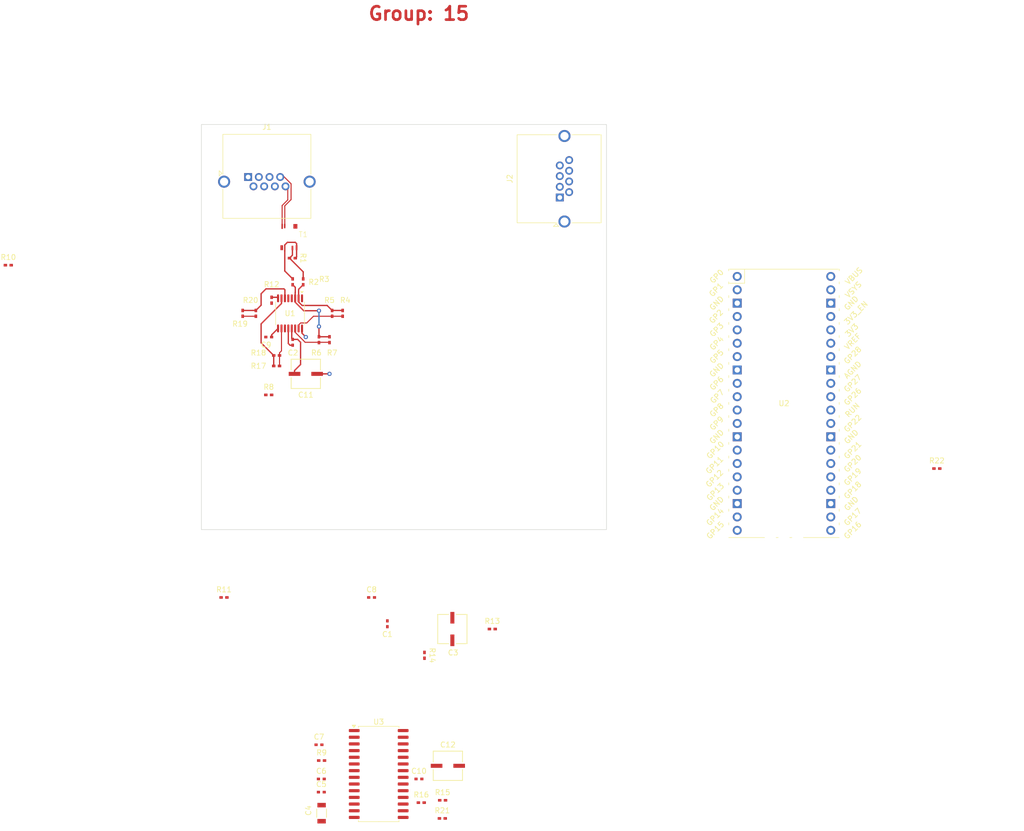
<source format=kicad_pcb>
(kicad_pcb (version 20240108) (generator "pcbnew") (generator_version "8.0")
  (layers (0 "F.Cu" signal) (1 "In1.Cu" signal) (2 "In2.Cu" signal) (31 "B.Cu" signal) (34 "B.Paste" user) (35 "F.Paste" user) (36 "B.SilkS" user "B.Silkscreen") (37 "F.SilkS" user "F.Silkscreen") (38 "B.Mask" user) (39 "F.Mask" user) (44 "Edge.Cuts" user))
  (net 0 "")
  (net 1 "OLRCK")
  (net 2 "VA")
  (net 3 "AES+")
  (net 4 "SDA")
  (net 5 "SDOUT")
  (net 6 "+3V3")
  (net 7 "SCL")
  (net 8 "RMCLK")
  (net 9 "RST")
  (net 10 "OSCLK")
  (net 11 "OMCLK")
  (net 12 "AES-")
  (net 13 "PASS+")
  (net 14 "GND")
  (net 15 "FILT")
  (net 16 "GNDA")
  (net 17 "AES3+")
  (net 18 "VCOM")
  (net 19 "AES3-")
  (net 20 "SIG_OUT-")
  (net 21 "SIG_OUT+")
  (net 22 "PWM")
  (net 23 "Net-(C10-Pad2)")
  (net 24 "Net-(D1-A)")
  (net 25 "Net-(D2-A)")
  (net 26 "+5VA")
  (net 27 "Net-(U3-AD2{slash}GPO2)")
  (net 28 "SIG_IN-")
  (net 29 "SIG_IN+")
  (net 52 "Net-(C7-Pad2)")
  (net 53 "Net-(R1-Pad2)")
  (net 54 "Net-(R1-Pad1)")
  (net 55 "Net-(U1A-IN+)")
  (net 56 "Net-(U1A-IN-)")
  (net 57 "Net-(U1B-IN+)")
  (net 58 "Net-(U1B-IN-)")
  (net 81 "Net-(D3-A)")
  (net 82 "LED")
  (net 83 "OLRCLK")
  (footprint "491_Footprints:RJ45_Amphenol_RJHSE5380" (layer "F.Cu") (at 116.035 73.081)
    (property "Reference" "J1" (at 3.56 -9.5 0) (layer "F.SilkS"))
    (property "Value" "RJ45")
    (fp_line (start -5.5 -1.2) (end -5 -0.7) (stroke (width 0.12)) (layer "F.SilkS"))
    (fp_line (start -5.5 -0.2) (end -5.5 -1.2) (stroke (width 0.12)) (layer "F.SilkS"))
    (fp_line (start -5 -0.7) (end -5.5 -0.2) (stroke (width 0.12)) (layer "F.SilkS"))
    (fp_line (start -4.805 -8.11) (end -4.805 -0.5) (stroke (width 0.12)) (layer "F.SilkS"))
    (fp_line (start -4.805 7.86) (end -4.805 2.3) (stroke (width 0.12)) (layer "F.SilkS"))
    (fp_line (start -4.76 -8.11) (end 11.88 -8.11) (stroke (width 0.12)) (layer "F.SilkS"))
    (fp_line (start -4.76 7.86) (end 11.925 7.86) (stroke (width 0.12)) (layer "F.SilkS"))
    (fp_line (start 11.925 -8.11) (end 11.925 -0.5) (stroke (width 0.12)) (layer "F.SilkS"))
    (fp_line (start 11.925 7.86) (end 11.925 2.3) (stroke (width 0.12)) (layer "F.SilkS"))
    (pad "" np_thru_hole circle (at -2.79 -2.54) (size 3.25 3.25) (drill 3.25) (layers "*.Cu" "*.Mask"))
    (pad "" np_thru_hole circle (at 9.91 -2.54) (size 3.25 3.25) (drill 3.25) (layers "*.Cu" "*.Mask"))
    (pad "1" thru_hole rect (at 0 0) (size 1.5 1.5) (drill 0.89) (layers "*.Cu" "*.Mask") (net 21 "SIG_OUT+"))
    (pad "2" thru_hole circle (at 1.016 1.78) (size 1.5 1.5) (drill 0.89) (layers "*.Cu" "*.Mask") (net 20 "SIG_OUT-"))
    (pad "3" thru_hole circle (at 2.032 0) (size 1.5 1.5) (drill 0.89) (layers "*.Cu" "*.Mask"))
    (pad "4" thru_hole circle (at 3.048 1.78) (size 1.5 1.5) (drill 0.89) (layers "*.Cu" "*.Mask"))
    (pad "5" thru_hole circle (at 4.064 0) (size 1.5 1.5) (drill 0.89) (layers "*.Cu" "*.Mask"))
    (pad "6" thru_hole circle (at 5.08 1.78) (size 1.5 1.5) (drill 0.89) (layers "*.Cu" "*.Mask"))
    (pad "7" thru_hole circle (at 6.096 0) (size 1.5 1.5) (drill 0.89) (layers "*.Cu" "*.Mask") (net 29 "SIG_IN+"))
    (pad "8" thru_hole circle (at 7.112 1.78) (size 1.5 1.5) (drill 0.89) (layers "*.Cu" "*.Mask") (net 28 "SIG_IN-"))
    (pad "SH" thru_hole circle (at -4.57 0.89) (size 2.3 2.3) (drill 1.57) (layers "*.Cu" "*.Mask"))
    (pad "SH" thru_hole circle (at 11.69 0.89) (size 2.3 2.3) (drill 1.57) (layers "*.Cu" "*.Mask"))
  )
  (footprint "491_Footprints:R_805" (layer "F.Cu") (at 131.5 104 -90)
    (property "Reference" "R7" (at 2.5 -0.5 0) (layer "F.SilkS"))
    (property "Value" "1k")
    (pad "1" smd rect (at -0.552799 0 270) (size 0.655599 0.499999) (layers "F.Cu" "F.Paste" "F.Mask") (net 56 "Net-(U1A-IN-)"))
    (pad "2" smd rect (at 0.552799 0 270) (size 0.655599 0.499999) (layers "F.Cu" "F.Paste" "F.Mask") (net 19 "AES3-"))
  )
  (footprint "491_Footprints:R_805" (layer "F.Cu") (at 124.447201 88.5 180)
    (property "Reference" "R1" (at -2.052799 0 -90) (layer "F.SilkS"))
    (property "Value" "110")
    (pad "1" smd rect (at -0.552799 0 180) (size 0.655599 0.499999) (layers "F.Cu" "F.Paste" "F.Mask") (net 54 "Net-(R1-Pad1)"))
    (pad "2" smd rect (at 0.552799 0 180) (size 0.655599 0.499999) (layers "F.Cu" "F.Paste" "F.Mask") (net 53 "Net-(R1-Pad2)"))
  )
  (footprint "491_Footprints:CAP_805_CER" (layer "F.Cu") (at 142.5 158 -90)
    (property "Reference" "C1" (at 2 0 0) (layer "F.SilkS"))
    (property "Value" "100nF")
    (pad "1" smd rect (at -0.5528 0 270) (size 0.6056 0.5) (layers "F.Cu" "F.Paste" "F.Mask") (net 18 "VCOM"))
    (pad "2" smd rect (at 0.5528 0 270) (size 0.6056 0.5) (layers "F.Cu" "F.Paste" "F.Mask") (net 14 "GND"))
  )
  (footprint "491_Footprints:CAP_805_CER" (layer "F.Cu") (at 148.5 187.5)
    (property "Reference" "C10" (at 0 -1.5 0) (layer "F.SilkS"))
    (property "Value" "100nF")
    (pad "1" smd rect (at -0.5528 0) (size 0.6056 0.5) (layers "F.Cu" "F.Paste" "F.Mask") (net 6 "+3V3"))
    (pad "2" smd rect (at 0.5528 0) (size 0.6056 0.5) (layers "F.Cu" "F.Paste" "F.Mask") (net 23 "Net-(C10-Pad2)"))
  )
  (footprint "491_Footprints:R_805" (layer "F.Cu") (at 70.447201 89.8396)
    (property "Reference" "R10" (at 0 -1.5 0) (layer "F.SilkS"))
    (property "Value" "1k")
    (pad "1" smd rect (at -0.552799 0) (size 0.655599 0.499999) (layers "F.Cu" "F.Paste" "F.Mask") (net 26 "+5VA"))
    (pad "2" smd rect (at 0.552799 0) (size 0.655599 0.499999) (layers "F.Cu" "F.Paste" "F.Mask") (net 25 "Net-(D2-A)"))
  )
  (footprint "491_Footprints:R_805" (layer "F.Cu") (at 124.5 93 -90)
    (property "Reference" "R3" (at -0.5 -6 0) (layer "F.SilkS"))
    (property "Value" "1k")
    (pad "1" smd rect (at -0.552799 0 270) (size 0.655599 0.499999) (layers "F.Cu" "F.Paste" "F.Mask") (net 54 "Net-(R1-Pad1)"))
    (pad "2" smd rect (at 0.552799 0 270) (size 0.655599 0.499999) (layers "F.Cu" "F.Paste" "F.Mask") (net 56 "Net-(U1A-IN-)"))
  )
  (footprint "491_Footprints:CAP_805_CER" (layer "F.Cu") (at 129.9472 187.5)
    (property "Reference" "C6" (at 0 -1.5 0) (layer "F.SilkS"))
    (property "Value" "1nF")
    (pad "1" smd rect (at -0.5528 0) (size 0.6056 0.5) (layers "F.Cu" "F.Paste" "F.Mask") (net 15 "FILT"))
    (pad "2" smd rect (at 0.5528 0) (size 0.6056 0.5) (layers "F.Cu" "F.Paste" "F.Mask") (net 16 "GNDA"))
  )
  (footprint "491_Footprints:CAP_CER_0.1uF_1206" (layer "F.Cu") (at 130 194 90)
    (property "Reference" "C4" (at 0.5 -2.5 90) (layer "F.SilkS"))
    (property "Value" "0.1uF")
    (fp_line (start 0.792451 -0.927) (end -0.792451 -0.927) (stroke (width 0.1524)) (layer "F.SilkS"))
    (fp_line (start -0.792451 0.927) (end 0.792451 0.927) (stroke (width 0.1524)) (layer "F.SilkS"))
    (pad "1" smd rect (at -1.527801 0 90) (size 0.8556 1.6) (layers "F.Cu" "F.Paste" "F.Mask") (net 2 "VA"))
    (pad "2" smd rect (at 1.527801 0 90) (size 0.8556 1.6) (layers "F.Cu" "F.Paste" "F.Mask") (net 16 "GNDA"))
  )
  (footprint "491_Footprints:RJ45_Amphenol_RJHSE5380" (layer "F.Cu") (at 175.275 76.975 90)
    (property "Reference" "J2" (at 3.56 -9.5 90) (layer "F.SilkS"))
    (property "Value" "RJ45")
    (fp_line (start 11.925 -8.11) (end 11.925 -0.5) (stroke (width 0.12)) (layer "F.SilkS"))
    (fp_line (start -4.76 -8.11) (end 11.88 -8.11) (stroke (width 0.12)) (layer "F.SilkS"))
    (fp_line (start -4.805 -8.11) (end -4.805 -0.5) (stroke (width 0.12)) (layer "F.SilkS"))
    (fp_line (start -5.5 -1.2) (end -5 -0.7) (stroke (width 0.12)) (layer "F.SilkS"))
    (fp_line (start -5 -0.7) (end -5.5 -0.2) (stroke (width 0.12)) (layer "F.SilkS"))
    (fp_line (start -5.5 -0.2) (end -5.5 -1.2) (stroke (width 0.12)) (layer "F.SilkS"))
    (fp_line (start 11.925 7.86) (end 11.925 2.3) (stroke (width 0.12)) (layer "F.SilkS"))
    (fp_line (start -4.76 7.86) (end 11.925 7.86) (stroke (width 0.12)) (layer "F.SilkS"))
    (fp_line (start -4.805 7.86) (end -4.805 2.3) (stroke (width 0.12)) (layer "F.SilkS"))
    (pad "" np_thru_hole circle (at -2.79 -2.54 90) (size 3.25 3.25) (drill 3.25) (layers "*.Cu" "*.Mask"))
    (pad "" np_thru_hole circle (at 9.91 -2.54 90) (size 3.25 3.25) (drill 3.25) (layers "*.Cu" "*.Mask"))
    (pad "1" thru_hole rect (at 0 0 90) (size 1.5 1.5) (drill 0.89) (layers "*.Cu" "*.Mask"))
    (pad "2" thru_hole circle (at 1.016 1.78 90) (size 1.5 1.5) (drill 0.89) (layers "*.Cu" "*.Mask"))
    (pad "3" thru_hole circle (at 2.032 0 90) (size 1.5 1.5) (drill 0.89) (layers "*.Cu" "*.Mask"))
    (pad "4" thru_hole circle (at 3.048 1.78 90) (size 1.5 1.5) (drill 0.89) (layers "*.Cu" "*.Mask"))
    (pad "5" thru_hole circle (at 4.064 0 90) (size 1.5 1.5) (drill 0.89) (layers "*.Cu" "*.Mask"))
    (pad "6" thru_hole circle (at 5.08 1.78 90) (size 1.5 1.5) (drill 0.89) (layers "*.Cu" "*.Mask"))
    (pad "7" thru_hole circle (at 6.096 0 90) (size 1.5 1.5) (drill 0.89) (layers "*.Cu" "*.Mask") (net 21 "SIG_OUT+"))
    (pad "8" thru_hole circle (at 7.112 1.78 90) (size 1.5 1.5) (drill 0.89) (layers "*.Cu" "*.Mask") (net 20 "SIG_OUT-"))
    (pad "SH" thru_hole circle (at -4.57 0.89 90) (size 2.3 2.3) (drill 1.57) (layers "*.Cu" "*.Mask"))
    (pad "SH" thru_hole circle (at 11.69 0.89 90) (size 2.3 2.3) (drill 1.57) (layers "*.Cu" "*.Mask"))
  )
  (footprint "491_Footprints:R_805" (layer "F.Cu") (at 153 191.552799)
    (property "Reference" "R15" (at 0 -1.5 0) (layer "F.SilkS"))
    (property "Value" "1k")
    (pad "1" smd rect (at -0.552799 0) (size 0.655599 0.499999) (layers "F.Cu" "F.Paste" "F.Mask") (net 7 "SCL"))
    (pad "2" smd rect (at 0.552799 0) (size 0.655599 0.499999) (layers "F.Cu" "F.Paste" "F.Mask") (net 6 "+3V3"))
  )
  (footprint "491_Footprints:R_805" (layer "F.Cu") (at 246.947201 128.5)
    (property "Reference" "R22" (at 0 -1.5 0) (layer "F.SilkS"))
    (property "Value" "1k")
    (pad "1" smd rect (at -0.552799 0) (size 0.655599 0.499999) (layers "F.Cu" "F.Paste" "F.Mask") (net 82 "LED"))
    (pad "2" smd rect (at 0.552799 0) (size 0.655599 0.499999) (layers "F.Cu" "F.Paste" "F.Mask") (net 81 "Net-(D3-A)"))
  )
  (footprint "491_Footprints:CAP_805_CER" (layer "F.Cu") (at 129.5 181)
    (property "Reference" "C7" (at 0 -1.5 0) (layer "F.SilkS"))
    (property "Value" "22nF")
    (pad "1" smd rect (at -0.5528 0) (size 0.6056 0.5) (layers "F.Cu" "F.Paste" "F.Mask") (net 15 "FILT"))
    (pad "2" smd rect (at 0.5528 0) (size 0.6056 0.5) (layers "F.Cu" "F.Paste" "F.Mask") (net 52 "Net-(C7-Pad2)"))
  )
  (footprint "491_Footprints:R_805" (layer "F.Cu") (at 126.5 93 -90)
    (property "Reference" "R2" (at 0.052799 -2 0) (layer "F.SilkS"))
    (property "Value" "1k")
    (pad "1" smd rect (at -0.552799 0 270) (size 0.655599 0.499999) (layers "F.Cu" "F.Paste" "F.Mask") (net 53 "Net-(R1-Pad2)"))
    (pad "2" smd rect (at 0.552799 0 270) (size 0.655599 0.499999) (layers "F.Cu" "F.Paste" "F.Mask") (net 55 "Net-(U1A-IN+)"))
  )
  (footprint "Package_SO:TSSOP-16_4.4x5mm_P0.65mm" (layer "F.Cu") (at 124 99 -90)
    (property "Reference" "U1" (at 0 0 180) (layer "F.SilkS"))
    (property "Value" "~")
    (fp_line (start 0 2.735) (end -2.2 2.735) (stroke (width 0.12)) (layer "F.SilkS"))
    (fp_line (start 0 2.735) (end 2.2 2.735) (stroke (width 0.12)) (layer "F.SilkS"))
    (fp_line (start 0 -2.735) (end -2.2 -2.735) (stroke (width 0.12)) (layer "F.SilkS"))
    (fp_line (start 0 -2.735) (end 2.2 -2.735) (stroke (width 0.12)) (layer "F.SilkS"))
    (fp_poly (pts (xy -3.86 -2.275) (xy -4.19 -2.515) (xy -4.19 -2.035) (xy -3.86 -2.275)) (stroke (width 0.12)) (fill solid) (layer "F.SilkS"))
    (pad "1" smd roundrect (at -2.8625 -2.275 270) (size 1.475 0.4) (layers "F.Cu" "F.Paste" "F.Mask"))
    (pad "2" smd roundrect (at -2.8625 -1.625 270) (size 1.475 0.4) (layers "F.Cu" "F.Paste" "F.Mask") (net 55 "Net-(U1A-IN+)"))
    (pad "3" smd roundrect (at -2.8625 -0.975 270) (size 1.475 0.4) (layers "F.Cu" "F.Paste" "F.Mask") (net 56 "Net-(U1A-IN-)"))
    (pad "4" smd roundrect (at -2.8625 -0.325 270) (size 1.475 0.4) (layers "F.Cu" "F.Paste" "F.Mask") (net 18 "VCOM"))
    (pad "5" smd roundrect (at -2.8625 0.325 270) (size 1.475 0.4) (layers "F.Cu" "F.Paste" "F.Mask"))
    (pad "6" smd roundrect (at -2.8625 0.975 270) (size 1.475 0.4) (layers "F.Cu" "F.Paste" "F.Mask") (net 57 "Net-(U1B-IN+)"))
    (pad "7" smd roundrect (at -2.8625 1.625 270) (size 1.475 0.4) (layers "F.Cu" "F.Paste" "F.Mask") (net 58 "Net-(U1B-IN-)"))
    (pad "8" smd roundrect (at -2.8625 2.275 270) (size 1.475 0.4) (layers "F.Cu" "F.Paste" "F.Mask") (net 18 "VCOM"))
    (pad "9" smd roundrect (at 2.8625 2.275 270) (size 1.475 0.4) (layers "F.Cu" "F.Paste" "F.Mask") (net 6 "+3V3"))
    (pad "10" smd roundrect (at 2.8625 1.625 270) (size 1.475 0.4) (layers "F.Cu" "F.Paste" "F.Mask") (net 21 "SIG_OUT+"))
    (pad "11" smd roundrect (at 2.8625 0.975 270) (size 1.475 0.4) (layers "F.Cu" "F.Paste" "F.Mask") (net 20 "SIG_OUT-"))
    (pad "12" smd roundrect (at 2.8625 0.325 270) (size 1.475 0.4) (layers "F.Cu" "F.Paste" "F.Mask") (net 14 "GND"))
    (pad "13" smd roundrect (at 2.8625 -0.325 270) (size 1.475 0.4) (layers "F.Cu" "F.Paste" "F.Mask") (net 6 "+3V3"))
    (pad "14" smd roundrect (at 2.8625 -0.975 270) (size 1.475 0.4) (layers "F.Cu" "F.Paste" "F.Mask") (net 19 "AES3-"))
    (pad "15" smd roundrect (at 2.8625 -1.625 270) (size 1.475 0.4) (layers "F.Cu" "F.Paste" "F.Mask") (net 17 "AES3+"))
    (pad "16" smd roundrect (at 2.8625 -2.275 270) (size 1.475 0.4) (layers "F.Cu" "F.Paste" "F.Mask") (net 14 "GND"))
  )
  (footprint "491_Footprints:SM453230-181N7Y" (layer "F.Cu") (at 123.7954 84.5 -90)
    (property "Reference" "T1" (at -0.5 -2.7046 0) (layer "F.SilkS") (effects (font (thickness 0.1))))
    (property "Value" "~" (hide yes))
    (pad "1" smd roundrect (at -2.032 1.2954 270) (size 0.9652 0.2794) (layers "F.Cu" "F.Paste" "F.Mask") (roundrect_rratio 0.05) (net 28 "SIG_IN-"))
    (pad "2" smd roundrect (at -2.0955 0.8128 270) (size 0.8382 0.2794) (layers "F.Cu" "F.Paste" "F.Mask") (roundrect_rratio 0.05) (net 29 "SIG_IN+"))
    (pad "3" smd roundrect (at -2.0447 -1.2192 270) (size 0.889 0.762) (layers "F.Cu" "F.Paste" "F.Mask") (roundrect_rratio 0.05))
    (pad "5" smd roundrect (at 2.0193 1.3716 270) (size 0.9398 0.508) (layers "F.Cu" "F.Paste" "F.Mask") (roundrect_rratio 0.05))
    (pad "6" smd roundrect (at 2.0701 -0.6604 270) (size 0.8382 0.3302) (layers "F.Cu" "F.Paste" "F.Mask") (roundrect_rratio 0.05) (net 53 "Net-(R1-Pad2)"))
    (pad "7" smd roundrect (at 2.0066 -1.4478 270) (size 0.9652 0.3302) (layers "F.Cu" "F.Paste" "F.Mask") (roundrect_rratio 0.05) (net 54 "Net-(R1-Pad1)"))
  )
  (footprint "491_Footprints:R_805" (layer "F.Cu") (at 148.947201 192)
    (property "Reference" "R16" (at 0 -1.5 0) (layer "F.SilkS"))
    (property "Value" "47k")
    (pad "1" smd rect (at -0.552799 0) (size 0.655599 0.499999) (layers "F.Cu" "F.Paste" "F.Mask") (net 27 "Net-(U3-AD2{slash}GPO2)"))
    (pad "2" smd rect (at 0.552799 0) (size 0.655599 0.499999) (layers "F.Cu" "F.Paste" "F.Mask") (net 6 "+3V3"))
  )
  (footprint "491_Footprints:R_805" (layer "F.Cu") (at 162.447201 159)
    (property "Reference" "R13" (at 0 -1.5 0) (layer "F.SilkS"))
    (property "Value" "1k")
    (pad "1" smd rect (at -0.552799 0) (size 0.655599 0.499999) (layers "F.Cu" "F.Paste" "F.Mask") (net 13 "PASS+"))
    (pad "2" smd rect (at 0.552799 0) (size 0.655599 0.499999) (layers "F.Cu" "F.Paste" "F.Mask") (net 57 "Net-(U1B-IN+)"))
  )
  (footprint "491_Footprints:R_805" (layer "F.Cu") (at 120.5 96.5 -90)
    (property "Reference" "R12" (at -3 0 0) (layer "F.SilkS"))
    (property "Value" "1k")
    (pad "1" smd rect (at -0.552799 0 270) (size 0.655599 0.499999) (layers "F.Cu" "F.Paste" "F.Mask") (net 18 "VCOM"))
    (pad "2" smd rect (at 0.552799 0 270) (size 0.655599 0.499999) (layers "F.Cu" "F.Paste" "F.Mask") (net 14 "GND"))
  )
  (footprint "491_Footprints:CAP_805_CER" (layer "F.Cu") (at 139.5 153 180)
    (property "Reference" "C8" (at 0.000001 1.500001 0) (layer "F.SilkS"))
    (property "Value" "100nF")
    (pad "1" smd rect (at -0.5528 0 180) (size 0.6056 0.5) (layers "F.Cu" "F.Paste" "F.Mask") (net 18 "VCOM"))
    (pad "2" smd rect (at 0.5528 0 180) (size 0.6056 0.5) (layers "F.Cu" "F.Paste" "F.Mask") (net 14 "GND"))
  )
  (footprint "491_Footprints:CAP_805_CER" (layer "F.Cu") (at 119.9472 103.5 180)
    (property "Reference" "C9" (at 0.500001 -1.499999 0) (layer "F.SilkS"))
    (property "Value" "100nF")
    (pad "1" smd rect (at -0.5528 0 180) (size 0.6056 0.5) (layers "F.Cu" "F.Paste" "F.Mask") (net 6 "+3V3"))
    (pad "2" smd rect (at 0.5528 0 180) (size 0.6056 0.5) (layers "F.Cu" "F.Paste" "F.Mask") (net 14 "GND"))
  )
  (footprint "491_Footprints:CAP_805_CER" (layer "F.Cu") (at 124.5 104.5 -90)
    (property "Reference" "C2" (at 2 -0.0528 0) (layer "F.SilkS"))
    (property "Value" "100nF")
    (pad "1" smd rect (at -0.5528 0 270) (size 0.6056 0.5) (layers "F.Cu" "F.Paste" "F.Mask") (net 6 "+3V3"))
    (pad "2" smd rect (at 0.5528 0 270) (size 0.6056 0.5) (layers "F.Cu" "F.Paste" "F.Mask") (net 14 "GND"))
  )
  (footprint "491_Footprints:R_805" (layer "F.Cu") (at 115 99 -90)
    (property "Reference" "R19" (at 2 0.5 0) (layer "F.SilkS"))
    (property "Value" "1k")
    (pad "1" smd rect (at -0.552799 0 270) (size 0.655599 0.499999) (layers "F.Cu" "F.Paste" "F.Mask") (net 57 "Net-(U1B-IN+)"))
    (pad "2" smd rect (at 0.552799 0 270) (size 0.655599 0.499999) (layers "F.Cu" "F.Paste" "F.Mask") (net 20 "SIG_OUT-"))
  )
  (footprint "491_Footprints:R_805" (layer "F.Cu") (at 130 184)
    (property "Reference" "R9" (at 0 -1.5 0) (layer "F.SilkS"))
    (property "Value" "3k")
    (pad "1" smd rect (at -0.552799 0) (size 0.655599 0.499999) (layers "F.Cu" "F.Paste" "F.Mask") (net 16 "GNDA"))
    (pad "2" smd rect (at 0.552799 0) (size 0.655599 0.499999) (layers "F.Cu" "F.Paste" "F.Mask") (net 52 "Net-(C7-Pad2)"))
  )
  (footprint "491_Footprints:CAP_ALUM" (layer "F.Cu") (at 154.8537 159 -90)
    (property "Reference" "C3" (at 4.5 -0.1463 0) (layer "F.SilkS"))
    (property "Value" "10uF")
    (fp_line (start -2.7813 2.7813) (end 2.7813 2.7813) (stroke (width 0.1524)) (layer "F.SilkS"))
    (fp_line (start 2.7813 2.7813) (end 2.7813 0.71374) (stroke (width 0.1524)) (layer "F.SilkS"))
    (fp_line (start -2.7813 0.71374) (end -2.7813 2.7813) (stroke (width 0.1524)) (layer "F.SilkS"))
    (fp_line (start 2.7813 -0.71374) (end 2.7813 -2.7813) (stroke (width 0.1524)) (layer "F.SilkS"))
    (fp_line (start -2.7813 -2.7813) (end -2.7813 -0.71374) (stroke (width 0.1524)) (layer "F.SilkS"))
    (fp_line (start 2.7813 -2.7813) (end -2.7813 -2.7813) (stroke (width 0.1524)) (layer "F.SilkS"))
    (pad "1" smd rect (at -2.1463 0 270) (size 2.2098 0.762) (layers "F.Cu" "F.Paste" "F.Mask") (net 6 "+3V3"))
    (pad "2" smd rect (at 2.1463 0 270) (size 2.2098 0.762) (layers "F.Cu" "F.Paste" "F.Mask") (net 14 "GND"))
  )
  (footprint "491_Footprints:R_805" (layer "F.Cu") (at 129.5 104 -90)
    (property "Reference" "R6" (at 2.5 0.5 0) (layer "F.SilkS"))
    (property "Value" "1k")
    (pad "1" smd rect (at -0.552799 0 270) (size 0.655599 0.499999) (layers "F.Cu" "F.Paste" "F.Mask") (net 56 "Net-(U1A-IN-)"))
    (pad "2" smd rect (at 0.552799 0 270) (size 0.655599 0.499999) (layers "F.Cu" "F.Paste" "F.Mask") (net 19 "AES3-"))
  )
  (footprint "491_Footprints:R_805" (layer "F.Cu") (at 121.447201 107)
    (property "Reference" "R18" (at -3.447201 -0.5 0) (layer "F.SilkS"))
    (property "Value" "1k")
    (pad "1" smd rect (at -0.552799 0) (size 0.655599 0.499999) (layers "F.Cu" "F.Paste" "F.Mask") (net 58 "Net-(U1B-IN-)"))
    (pad "2" smd rect (at 0.552799 0) (size 0.655599 0.499999) (layers "F.Cu" "F.Paste" "F.Mask") (net 21 "SIG_OUT+"))
  )
  (footprint "491_Footprints:CAP_805_CER" (layer "F.Cu") (at 129.9472 190)
    (property "Reference" "C5" (at 0 -1.5 0) (layer "F.SilkS"))
    (property "Value" "1000pF")
    (pad "1" smd rect (at -0.5528 0) (size 0.6056 0.5) (layers "F.Cu" "F.Paste" "F.Mask") (net 2 "VA"))
    (pad "2" smd rect (at 0.5528 0) (size 0.6056 0.5) (layers "F.Cu" "F.Paste" "F.Mask") (net 16 "GNDA"))
  )
  (footprint "491_Footprints:R_805" (layer "F.Cu") (at 134 99 -90)
    (property "Reference" "R4" (at -2.5 -0.5 0) (layer "F.SilkS"))
    (property "Value" "1k")
    (pad "1" smd rect (at -0.552799 0 270) (size 0.655599 0.499999) (layers "F.Cu" "F.Paste" "F.Mask") (net 55 "Net-(U1A-IN+)"))
    (pad "2" smd rect (at 0.552799 0 270) (size 0.655599 0.499999) (layers "F.Cu" "F.Paste" "F.Mask") (net 17 "AES3+"))
  )
  (footprint "491_Footprints:R_805" (layer "F.Cu") (at 132 99 -90)
    (property "Reference" "R5" (at -2.5 0.5 0) (layer "F.SilkS"))
    (property "Value" "1k")
    (pad "1" smd rect (at -0.552799 0 270) (size 0.655599 0.499999) (layers "F.Cu" "F.Paste" "F.Mask") (net 55 "Net-(U1A-IN+)"))
    (pad "2" smd rect (at 0.552799 0 270) (size 0.655599 0.499999) (layers "F.Cu" "F.Paste" "F.Mask") (net 17 "AES3+"))
  )
  (footprint "491_Footprints:R_805" (layer "F.Cu") (at 152.947201 195)
    (property "Reference" "R21" (at 0 -1.5 0) (layer "F.SilkS"))
    (property "Value" "1k")
    (pad "1" smd rect (at -0.552799 0) (size 0.655599 0.499999) (layers "F.Cu" "F.Paste" "F.Mask") (net 4 "SDA"))
    (pad "2" smd rect (at 0.552799 0) (size 0.655599 0.499999) (layers "F.Cu" "F.Paste" "F.Mask") (net 6 "+3V3"))
  )
  (footprint "491_Footprints:CAP_ALUM" (layer "F.Cu") (at 127 110.5)
    (property "Reference" "C11" (at 0 4 0) (layer "F.SilkS"))
    (property "Value" "10uF")
    (fp_line (start -2.7813 -2.7813) (end -2.7813 -0.71374) (stroke (width 0.1524)) (layer "F.SilkS"))
    (fp_line (start -2.7813 0.71374) (end -2.7813 2.7813) (stroke (width 0.1524)) (layer "F.SilkS"))
    (fp_line (start -2.7813 2.7813) (end 2.7813 2.7813) (stroke (width 0.1524)) (layer "F.SilkS"))
    (fp_line (start 2.7813 -2.7813) (end -2.7813 -2.7813) (stroke (width 0.1524)) (layer "F.SilkS"))
    (fp_line (start 2.7813 -0.71374) (end 2.7813 -2.7813) (stroke (width 0.1524)) (layer "F.SilkS"))
    (fp_line (start 2.7813 2.7813) (end 2.7813 0.71374) (stroke (width 0.1524)) (layer "F.SilkS"))
    (pad "1" smd rect (at -2.1463 0) (size 2.2098 0.762) (layers "F.Cu" "F.Paste" "F.Mask") (net 6 "+3V3"))
    (pad "2" smd rect (at 2.1463 0) (size 2.2098 0.762) (layers "F.Cu" "F.Paste" "F.Mask") (net 14 "GND"))
  )
  (footprint "491_Footprints:Pico W" (layer "F.Cu") (at 217.89 116.11)
    (property "Reference" "U2" (at 0 0 0) (layer "F.SilkS") (effects (font (size 1.016 1.016) (thickness 0.1524))))
    (property "Value" "~")
    (fp_line (start -10.5 -25.5) (end -10.5 -25.2) (stroke (width 0.12)) (layer "F.SilkS"))
    (fp_line (start -10.5 -25.5) (end 10.5 -25.5) (stroke (width 0.12)) (layer "F.SilkS"))
    (fp_line (start -10.5 -23.1) (end -10.5 -22.7) (stroke (width 0.12)) (layer "F.SilkS"))
    (fp_line (start -10.5 -22.833) (end -7.493 -22.833) (stroke (width 0.12)) (layer "F.SilkS"))
    (fp_line (start -10.5 -20.5) (end -10.5 -20.1) (stroke (width 0.12)) (layer "F.SilkS"))
    (fp_line (start -10.5 -18) (end -10.5 -17.6) (stroke (width 0.12)) (layer "F.SilkS"))
    (fp_line (start -10.5 -15.4) (end -10.5 -15) (stroke (width 0.12)) (layer "F.SilkS"))
    (fp_line (start -10.5 -12.9) (end -10.5 -12.5) (stroke (width 0.12)) (layer "F.SilkS"))
    (fp_line (start -10.5 -10.4) (end -10.5 -10) (stroke (width 0.12)) (layer "F.SilkS"))
    (fp_line (start -10.5 -7.8) (end -10.5 -7.4) (stroke (width 0.12)) (layer "F.SilkS"))
    (fp_line (start -10.5 -5.3) (end -10.5 -4.9) (stroke (width 0.12)) (layer "F.SilkS"))
    (fp_line (start -10.5 -2.7) (end -10.5 -2.3) (stroke (width 0.12)) (layer "F.SilkS"))
    (fp_line (start -10.5 -0.2) (end -10.5 0.2) (stroke (width 0.12)) (layer "F.SilkS"))
    (fp_line (start -10.5 2.3) (end -10.5 2.7) (stroke (width 0.12)) (layer "F.SilkS"))
    (fp_line (start -10.5 4.9) (end -10.5 5.3) (stroke (width 0.12)) (layer "F.SilkS"))
    (fp_line (start -10.5 7.4) (end -10.5 7.8) (stroke (width 0.12)) (layer "F.SilkS"))
    (fp_line (start -10.5 10) (end -10.5 10.4) (stroke (width 0.12)) (layer "F.SilkS"))
    (fp_line (start -10.5 12.5) (end -10.5 12.9) (stroke (width 0.12)) (layer "F.SilkS"))
    (fp_line (start -10.5 15.1) (end -10.5 15.5) (stroke (width 0.12)) (layer "F.SilkS"))
    (fp_line (start -10.5 17.6) (end -10.5 18) (stroke (width 0.12)) (layer "F.SilkS"))
    (fp_line (start -10.5 20.1) (end -10.5 20.5) (stroke (width 0.12)) (layer "F.SilkS"))
    (fp_line (start -10.5 22.7) (end -10.5 23.1) (stroke (width 0.12)) (layer "F.SilkS"))
    (fp_line (start -7.493 -22.833) (end -7.493 -25.5) (stroke (width 0.12)) (layer "F.SilkS"))
    (fp_line (start -3.7 25.5) (end -10.5 25.5) (stroke (width 0.12)) (layer "F.SilkS"))
    (fp_line (start -1.5 25.5) (end -1.1 25.5) (stroke (width 0.12)) (layer "F.SilkS"))
    (fp_line (start 1.1 25.5) (end 1.5 25.5) (stroke (width 0.12)) (layer "F.SilkS"))
    (fp_line (start 10.5 -25.5) (end 10.5 -25.2) (stroke (width 0.12)) (layer "F.SilkS"))
    (fp_line (start 10.5 -23.1) (end 10.5 -22.7) (stroke (width 0.12)) (layer "F.SilkS"))
    (fp_line (start 10.5 -20.5) (end 10.5 -20.1) (stroke (width 0.12)) (layer "F.SilkS"))
    (fp_line (start 10.5 -18) (end 10.5 -17.6) (stroke (width 0.12)) (layer "F.SilkS"))
    (fp_line (start 10.5 -15.4) (end 10.5 -15) (stroke (width 0.12)) (layer "F.SilkS"))
    (fp_line (start 10.5 -12.9) (end 10.5 -12.5) (stroke (width 0.12)) (layer "F.SilkS"))
    (fp_line (start 10.5 -10.4) (end 10.5 -10) (stroke (width 0.12)) (layer "F.SilkS"))
    (fp_line (start 10.5 -7.8) (end 10.5 -7.4) (stroke (width 0.12)) (layer "F.SilkS"))
    (fp_line (start 10.5 -5.3) (end 10.5 -4.9) (stroke (width 0.12)) (layer "F.SilkS"))
    (fp_line (start 10.5 -2.7) (end 10.5 -2.3) (stroke (width 0.12)) (layer "F.SilkS"))
    (fp_line (start 10.5 -0.2) (end 10.5 0.2) (stroke (width 0.12)) (layer "F.SilkS"))
    (fp_line (start 10.5 2.3) (end 10.5 2.7) (stroke (width 0.12)) (layer "F.SilkS"))
    (fp_line (start 10.5 4.9) (end 10.5 5.3) (stroke (width 0.12)) (layer "F.SilkS"))
    (fp_line (start 10.5 7.4) (end 10.5 7.8) (stroke (width 0.12)) (layer "F.SilkS"))
    (fp_line (start 10.5 10) (end 10.5 10.4) (stroke (width 0.12)) (layer "F.SilkS"))
    (fp_line (start 10.5 12.5) (end 10.5 12.9) (stroke (width 0.12)) (layer "F.SilkS"))
    (fp_line (start 10.5 15.1) (end 10.5 15.5) (stroke (width 0.12)) (layer "F.SilkS"))
    (fp_line (start 10.5 17.6) (end 10.5 18) (stroke (width 0.12)) (layer "F.SilkS"))
    (fp_line (start 10.5 20.1) (end 10.5 20.5) (stroke (width 0.12)) (layer "F.SilkS"))
    (fp_line (start 10.5 22.7) (end 10.5 23.1) (stroke (width 0.12)) (layer "F.SilkS"))
    (fp_line (start 10.5 25.5) (end 3.7 25.5) (stroke (width 0.12)) (layer "F.SilkS"))
    (fp_text user "GP10" (at -13.054 8.89 45) (layer "F.SilkS") (effects (font (size 1.016 1.016) (thickness 0.1524))))
    (fp_text user "GP27" (at 13.054 -3.8 45) (layer "F.SilkS") (effects (font (size 1.016 1.016) (thickness 0.1524))))
    (fp_text user "GP7" (at -12.7 -1.3 45) (layer "F.SilkS") (effects (font (size 1.016 1.016) (thickness 0.1524))))
    (fp_text user "GP11" (at -13.2 11.7525 45) (layer "F.SilkS") (effects (font (size 1.016 1.016) (thickness 0.1524))))
    (fp_text user "GP3" (at -12.8 -13.97 45) (layer "F.SilkS") (effects (font (size 1.016 1.016) (thickness 0.1524))))
    (fp_text user "GP22" (at 13.054 3.81 45) (layer "F.SilkS") (effects (font (size 1.016 1.016) (thickness 0.1524))))
    (fp_text user "GND" (at -12.8 -19.05 45) (layer "F.SilkS") (effects (font (size 1.016 1.016) (thickness 0.1524))))
    (fp_text user "GND" (at 12.8 6.35 45) (layer "F.SilkS") (effects (font (size 1.016 1.016) (thickness 0.1524))))
    (fp_text user "GND" (at -12.8 19.05 45) (layer "F.SilkS") (effects (font (size 1.016 1.016) (thickness 0.1524))))
    (fp_text user "GP26" (at 13.054 -1.27 45) (layer "F.SilkS") (effects (font (size 1.016 1.016) (thickness 0.1524))))
    (fp_text user "VSYS" (at 13.2 -21.59 45) (layer "F.SilkS") (effects (font (size 1.016 1.016) (thickness 0.1524))))
    (fp_text user "GND" (at -12.8 6.35 45) (layer "F.SilkS") (effects (font (size 1.016 1.016) (thickness 0.1524))))
    (fp_text user "GP14" (at -13.1 21.59 45) (layer "F.SilkS") (effects (font (size 1.016 1.016) (thickness 0.1524))))
    (fp_text user "GP21" (at 13.054 8.9 45) (layer "F.SilkS") (effects (font (size 1.016 1.016) (thickness 0.1524))))
    (fp_text user "GP12" (at -13.2 14.2925 45) (layer "F.SilkS") (effects (font (size 1.016 1.016) (thickness 0.1524))))
    (fp_text user "GP20" (at 13.054 11.43 45) (layer "F.SilkS") (effects (font (size 1.016 1.016) (thickness 0.1524))))
    (fp_text user "GP13" (at -13.054 16.8325 45) (layer "F.SilkS") (effects (font (size 1.016 1.016) (thickness 0.1524))))
    (fp_text user "GP19" (at 13.054 13.97 45) (layer "F.SilkS") (effects (font (size 1.016 1.016) (thickness 0.1524))))
    (fp_text user "GP5" (at -12.8 -8.89 45) (layer "F.SilkS") (effects (font (size 1.016 1.016) (thickness 0.1524))))
    (fp_text user "GND" (at 12.8 19.05 45) (layer "F.SilkS") (effects (font (size 1.016 1.016) (thickness 0.1524))))
    (fp_text user "VBUS" (at 13.3 -24.2 45) (layer "F.SilkS") (effects (font (size 1.016 1.016) (thickness 0.1524))))
    (fp_text user "GP2" (at -12.9 -16.51 45) (layer "F.SilkS") (effects (font (size 1.016 1.016) (thickness 0.1524))))
    (fp_text user "GP18" (at 13.054 16.51 45) (layer "F.SilkS") (effects (font (size 1.016 1.016) (thickness 0.1524))))
    (fp_text user "GND" (at 12.8 -19.05 45) (layer "F.SilkS") (effects (font (size 1.016 1.016) (thickness 0.1524))))
    (fp_text user "GP16" (at 13.054 24.13 45) (layer "F.SilkS") (effects (font (size 1.016 1.016) (thickness 0.1524))))
    (fp_text user "GP15" (at -13.054 24.13 45) (layer "F.SilkS") (effects (font (size 1.016 1.016) (thickness 0.1524))))
    (fp_text user "GP28" (at 13.054 -9.144 45) (layer "F.SilkS") (effects (font (size 1.016 1.016) (thickness 0.1524))))
    (fp_text user "GP6" (at -12.8 -3.81 45) (layer "F.SilkS") (effects (font (size 1.016 1.016) (thickness 0.1524))))
    (fp_text user "3V3_EN" (at 13.7 -17.2 45) (layer "F.SilkS") (effects (font (size 1.016 1.016) (thickness 0.1524))))
    (fp_text user "AGND" (at 13.054 -6.35 45) (layer "F.SilkS") (effects (font (size 1.016 1.016) (thickness 0.1524))))
    (fp_text user "GP17" (at 13.054 21.59 45) (layer "F.SilkS") (effects (font (size 1.016 1.016) (thickness 0.1524))))
    (fp_text user "GP8" (at -12.8 1.27 45) (layer "F.SilkS") (effects (font (size 1.016 1.016) (thickness 0.1524))))
    (fp_text user "GP4" (at -12.8 -11.43 45) (layer "F.SilkS") (effects (font (size 1.016 1.016) (thickness 0.1524))))
    (fp_text user "RUN" (at 13 1.27 45) (layer "F.SilkS") (effects (font (size 1.016 1.016) (thickness 0.1524))))
    (fp_text user "GND" (at -12.8 -6.35 45) (layer "F.SilkS") (effects (font (size 1.016 1.016) (thickness 0.1524))))
    (fp_text user "VREF" (at 13.0675 -11.7425 45) (layer "F.SilkS") (effects (font (size 1.016 1.016) (thickness 0.1524))))
    (fp_text user "GP0" (at -12.8 -24.13 45) (layer "F.SilkS") (effects (font (size 1.016 1.016) (thickness 0.1524))))
    (fp_text user "3V3" (at 12.9 -13.9 45) (layer "F.SilkS") (effects (font (size 1.016 1.016) (thickness 0.1524))))
    (fp_text user "GP9" (at -12.8 3.81 45) (layer "F.SilkS") (effects (font (size 1.016 1.016) (thickness 0.1524))))
    (fp_text user "GP1" (at -12.9 -21.6 45) (layer "F.SilkS") (effects (font (size 1.016 1.016) (thickness 0.1524))))
    (pad "1" thru_hole oval (at -8.89 -24.13) (size 1.7 1.7) (drill 1.02) (layers "*.Cu" "*.Mask") (net 4 "SDA"))
    (pad "2" thru_hole oval (at -8.89 -21.59) (size 1.7 1.7) (drill 1.02) (layers "*.Cu" "*.Mask") (net 7 "SCL"))
    (pad "3" thru_hole rect (at -8.89 -19.05) (size 1.7 1.7) (drill 1.02) (layers "*.Cu" "*.Mask") (net 14 "GND"))
    (pad "4" thru_hole oval (at -8.89 -16.51) (size 1.7 1.7) (drill 1.02) (layers "*.Cu" "*.Mask") (net 9 "RST"))
    (pad "5" thru_hole oval (at -8.89 -13.97) (size 1.7 1.7) (drill 1.02) (layers "*.Cu" "*.Mask") (net 11 "OMCLK"))
    (pad "6" thru_hole oval (at -8.89 -11.43) (size 1.7 1.7) (drill 1.02) (layers "*.Cu" "*.Mask") (net 8 "RMCLK"))
    (pad "7" thru_hole oval (at -8.89 -8.89) (size 1.7 1.7) (drill 1.02) (layers "*.Cu" "*.Mask"))
    (pad "8" thru_hole rect (at -8.89 -6.35) (size 1.7 1.7) (drill 1.02) (layers "*.Cu" "*.Mask") (net 14 "GND"))
    (pad "9" thru_hole oval (at -8.89 -3.81) (size 1.7 1.7) (drill 1.02) (layers "*.Cu" "*.Mask") (net 17 "AES3+"))
    (pad "10" thru_hole oval (at -8.89 -1.27) (size 1.7 1.7) (drill 1.02) (layers "*.Cu" "*.Mask") (net 19 "AES3-"))
    (pad "11" thru_hole oval (at -8.89 1.27) (size 1.7 1.7) (drill 1.02) (layers "*.Cu" "*.Mask"))
    (pad "12" thru_hole oval (at -8.89 3.81) (size 1.7 1.7) (drill 1.02) (layers "*.Cu" "*.Mask"))
    (pad "13" thru_hole rect (at -8.89 6.35) (size 1.7 1.7) (drill 1.02) (layers "*.Cu" "*.Mask") (net 14 "GND"))
    (pad "14" thru_hole oval (at -8.89 8.89) (size 1.7 1.7) (drill 1.02) (layers "*.Cu" "*.Mask"))
    (pad "15" thru_hole oval (at -8.89 11.43) (size 1.7 1.7) (drill 1.02) (layers "*.Cu" "*.Mask"))
    (pad "16" thru_hole oval (at -8.89 13.97) (size 1.7 1.7) (drill 1.02) (layers "*.Cu" "*.Mask"))
    (pad "17" thru_hole oval (at -8.89 16.51) (size 1.7 1.7) (drill 1.02) (layers "*.Cu" "*.Mask"))
    (pad "18" thru_hole rect (at -8.89 19.05) (size 1.7 1.7) (drill 1.02) (layers "*.Cu" "*.Mask") (net 14 "GND"))
    (pad "19" thru_hole oval (at -8.89 21.59) (size 1.7 1.7) (drill 1.02) (layers "*.Cu" "*.Mask") (net 22 "PWM"))
    (pad "20" thru_hole oval (at -8.89 24.13) (size 1.7 1.7) (drill 1.02) (layers "*.Cu" "*.Mask"))
    (pad "21" thru_hole oval (at 8.89 24.13) (size 1.7 1.7) (drill 1.02) (layers "*.Cu" "*.Mask") (net 83 "OLRCLK"))
    (pad "22" thru_hole oval (at 8.89 21.59) (size 1.7 1.7) (drill 1.02) (layers "*.Cu" "*.Mask") (net 10 "OSCLK"))
    (pad "23" thru_hole rect (at 8.89 19.05) (size 1.7 1.7) (drill 1.02) (layers "*.Cu" "*.Mask") (net 14 "GND"))
    (pad "24" thru_hole oval (at 8.89 16.51) (size 1.7 1.7) (drill 1.02) (layers "*.Cu" "*.Mask") (net 5 "SDOUT"))
    (pad "25" thru_hole oval (at 8.89 13.97) (size 1.7 1.7) (drill 1.02) (layers "*.Cu" "*.Mask"))
    (pad "26" thru_hole oval (at 8.89 11.43) (size 1.7 1.7) (drill 1.02) (layers "*.Cu" "*.Mask"))
    (pad "27" thru_hole oval (at 8.89 8.89) (size 1.7 1.7) (drill 1.02) (layers "*.Cu" "*.Mask"))
    (pad "28" thru_hole rect (at 8.89 6.35) (size 1.7 1.7) (drill 1.02) (layers "*.Cu" "*.Mask") (net 14 "GND"))
    (pad "29" thru_hole oval (at 8.89 3.81) (size 1.7 1.7) (drill 1.02) (layers "*.Cu" "*.Mask") (net 82 "LED"))
    (pad "30" thru_hole oval (at 8.89 1.27) (size 1.7 1.7) (drill 1.02) (layers "*.Cu" "*.Mask"))
    (pad "31" thru_hole oval (at 8.89 -1.27) (size 1.7 1.7) (drill 1.02) (layers "*.Cu" "*.Mask"))
    (pad "32" thru_hole oval (at 8.89 -3.81) (size 1.7 1.7) (drill 1.02) (layers "*.Cu" "*.Mask"))
    (pad "33" thru_hole rect (at 8.89 -6.35) (size 1.7 1.7) (drill 1.02) (layers "*.Cu" "*.Mask"))
    (pad "34" thru_hole oval (at 8.89 -8.89) (size 1.7 1.7) (drill 1.02) (layers "*.Cu" "*.Mask"))
    (pad "35" thru_hole oval (at 8.89 -11.43) (size 1.7 1.7) (drill 1.02) (layers "*.Cu" "*.Mask"))
    (pad "36" thru_hole oval (at 8.89 -13.97) (size 1.7 1.7) (drill 1.02) (layers "*.Cu" "*.Mask") (net 6 "+3V3"))
    (pad "37" thru_hole oval (at 8.89 -16.51) (size 1.7 1.7) (drill 1.02) (layers "*.Cu" "*.Mask"))
    (pad "38" thru_hole rect (at 8.89 -19.05) (size 1.7 1.7) (drill 1.02) (layers "*.Cu" "*.Mask") (net 14 "GND"))
    (pad "39" thru_hole oval (at 8.89 -21.59) (size 1.7 1.7) (drill 1.02) (layers "*.Cu" "*.Mask"))
    (pad "40" thru_hole oval (at 8.89 -24.13) (size 1.7 1.7) (drill 1.02) (layers "*.Cu" "*.Mask"))
  )
  (footprint "491_Footprints:R_805" (layer "F.Cu") (at 149.552799 164 -90)
    (property "Reference" "R14" (at 0 -1.5 -90) (layer "F.SilkS"))
    (property "Value" "1k")
    (pad "1" smd rect (at -0.552799 0 270) (size 0.655599 0.499999) (layers "F.Cu" "F.Paste" "F.Mask") (net 14 "GND"))
    (pad "2" smd rect (at 0.552799 0 270) (size 0.655599 0.499999) (layers "F.Cu" "F.Paste" "F.Mask") (net 58 "Net-(U1B-IN-)"))
  )
  (footprint "491_Footprints:CAP_ALUM" (layer "F.Cu") (at 154 185)
    (property "Reference" "C12" (at 0 -4 0) (layer "F.SilkS"))
    (property "Value" "10uF")
    (fp_line (start -2.7813 -2.7813) (end -2.7813 -0.71374) (stroke (width 0.1524)) (layer "F.SilkS"))
    (fp_line (start -2.7813 0.71374) (end -2.7813 2.7813) (stroke (width 0.1524)) (layer "F.SilkS"))
    (fp_line (start -2.7813 2.7813) (end 2.7813 2.7813) (stroke (width 0.1524)) (layer "F.SilkS"))
    (fp_line (start 2.7813 -2.7813) (end -2.7813 -2.7813) (stroke (width 0.1524)) (layer "F.SilkS"))
    (fp_line (start 2.7813 -0.71374) (end 2.7813 -2.7813) (stroke (width 0.1524)) (layer "F.SilkS"))
    (fp_line (start 2.7813 2.7813) (end 2.7813 0.71374) (stroke (width 0.1524)) (layer "F.SilkS"))
    (pad "1" smd rect (at -2.1463 0) (size 2.2098 0.762) (layers "F.Cu" "F.Paste" "F.Mask") (net 6 "+3V3"))
    (pad "2" smd rect (at 2.1463 0) (size 2.2098 0.762) (layers "F.Cu" "F.Paste" "F.Mask") (net 23 "Net-(C10-Pad2)"))
  )
  (footprint "491_Footprints:R_805" (layer "F.Cu") (at 117.5 99 -90)
    (property "Reference" "R20" (at -2.5 1 0) (layer "F.SilkS"))
    (property "Value" "1k")
    (pad "1" smd rect (at -0.552799 0 270) (size 0.655599 0.499999) (layers "F.Cu" "F.Paste" "F.Mask") (net 57 "Net-(U1B-IN+)"))
    (pad "2" smd rect (at 0.552799 0 270) (size 0.655599 0.499999) (layers "F.Cu" "F.Paste" "F.Mask") (net 20 "SIG_OUT-"))
  )
  (footprint "491_Footprints:R_805" (layer "F.Cu") (at 121.447201 109)
    (property "Reference" "R17" (at -3.447201 0 0) (layer "F.SilkS"))
    (property "Value" "1k")
    (pad "1" smd rect (at -0.552799 0) (size 0.655599 0.499999) (layers "F.Cu" "F.Paste" "F.Mask") (net 58 "Net-(U1B-IN-)"))
    (pad "2" smd rect (at 0.552799 0) (size 0.655599 0.499999) (layers "F.Cu" "F.Paste" "F.Mask") (net 21 "SIG_OUT+"))
  )
  (footprint "491_Footprints:R_805" (layer "F.Cu") (at 111.447201 153)
    (property "Reference" "R11" (at 0 -1.5 0) (layer "F.SilkS"))
    (property "Value" "1k")
    (pad "1" smd rect (at -0.552799 0) (size 0.655599 0.499999) (layers "F.Cu" "F.Paste" "F.Mask") (net 6 "+3V3"))
    (pad "2" smd rect (at 0.552799 0) (size 0.655599 0.499999) (layers "F.Cu" "F.Paste" "F.Mask") (net 18 "VCOM"))
  )
  (footprint "491_Footprints:R_805" (layer "F.Cu") (at 119.947201 114.5)
    (property "Reference" "R8" (at 0 -1.5 0) (layer "F.SilkS"))
    (property "Value" "1k")
    (pad "1" smd rect (at -0.552799 0) (size 0.655599 0.499999) (layers "F.Cu" "F.Paste" "F.Mask") (net 6 "+3V3"))
    (pad "2" smd rect (at 0.552799 0) (size 0.655599 0.499999) (layers "F.Cu" "F.Paste" "F.Mask") (net 24 "Net-(D1-A)"))
  )
  (footprint "Package_SO:SOIC-28W_7.5x17.9mm_P1.27mm" (layer "F.Cu") (at 140.85 186.555)
    (property "Reference" "U3" (at 0 -9.9 0) (layer "F.SilkS"))
    (property "Value" "~")
    (fp_line (start -3.86 -9.06) (end -3.86 -8.815) (stroke (width 0.12)) (layer "F.SilkS"))
    (fp_line (start -3.86 9.06) (end -3.86 8.815) (stroke (width 0.12)) (layer "F.SilkS"))
    (fp_line (start 0 -9.06) (end -3.86 -9.06) (stroke (width 0.12)) (layer "F.SilkS"))
    (fp_line (start 0 -9.06) (end 3.86 -9.06) (stroke (width 0.12)) (layer "F.SilkS"))
    (fp_line (start 0 9.06) (end -3.86 9.06) (stroke (width 0.12)) (layer "F.SilkS"))
    (fp_line (start 0 9.06) (end 3.86 9.06) (stroke (width 0.12)) (layer "F.SilkS"))
    (fp_line (start 3.86 -9.06) (end 3.86 -8.815) (stroke (width 0.12)) (layer "F.SilkS"))
    (fp_line (start 3.86 9.06) (end 3.86 8.815) (stroke (width 0.12)) (layer "F.SilkS"))
    (fp_poly (pts (xy -4.7125 -8.815) (xy -5.0525 -9.285) (xy -4.3725 -9.285) (xy -4.7125 -8.815)) (stroke (width 0.12)) (fill solid) (layer "F.SilkS"))
    (pad "1" smd roundrect (at -4.65 -8.255) (size 2.05 0.6) (layers "F.Cu" "F.Paste" "F.Mask"))
    (pad "2" smd roundrect (at -4.65 -6.985) (size 2.05 0.6) (layers "F.Cu" "F.Paste" "F.Mask"))
    (pad "3" smd roundrect (at -4.65 -5.715) (size 2.05 0.6) (layers "F.Cu" "F.Paste" "F.Mask"))
    (pad "4" smd roundrect (at -4.65 -4.445) (size 2.05 0.6) (layers "F.Cu" "F.Paste" "F.Mask") (net 3 "AES+"))
    (pad "5" smd roundrect (at -4.65 -3.175) (size 2.05 0.6) (layers "F.Cu" "F.Paste" "F.Mask") (net 12 "AES-"))
    (pad "6" smd roundrect (at -4.65 -1.905) (size 2.05 0.6) (layers "F.Cu" "F.Paste" "F.Mask") (net 2 "VA"))
    (pad "7" smd roundrect (at -4.65 -0.635) (size 2.05 0.6) (layers "F.Cu" "F.Paste" "F.Mask") (net 16 "GNDA"))
    (pad "8" smd roundrect (at -4.65 0.635) (size 2.05 0.6) (layers "F.Cu" "F.Paste" "F.Mask") (net 15 "FILT"))
    (pad "9" smd roundrect (at -4.65 1.905) (size 2.05 0.6) (layers "F.Cu" "F.Paste" "F.Mask") (net 9 "RST"))
    (pad "10" smd roundrect (at -4.65 3.175) (size 2.05 0.6) (layers "F.Cu" "F.Paste" "F.Mask"))
    (pad "11" smd roundrect (at -4.65 4.445) (size 2.05 0.6) (layers "F.Cu" "F.Paste" "F.Mask"))
    (pad "12" smd roundrect (at -4.65 5.715) (size 2.05 0.6) (layers "F.Cu" "F.Paste" "F.Mask"))
    (pad "13" smd roundrect (at -4.65 6.985) (size 2.05 0.6) (layers "F.Cu" "F.Paste" "F.Mask"))
    (pad "14" smd roundrect (at -4.65 8.255) (size 2.05 0.6) (layers "F.Cu" "F.Paste" "F.Mask"))
    (pad "15" smd roundrect (at 4.65 8.255) (size 2.05 0.6) (layers "F.Cu" "F.Paste" "F.Mask"))
    (pad "16" smd roundrect (at 4.65 6.985) (size 2.05 0.6) (layers "F.Cu" "F.Paste" "F.Mask") (net 7 "SCL"))
    (pad "17" smd roundrect (at 4.65 5.715) (size 2.05 0.6) (layers "F.Cu" "F.Paste" "F.Mask") (net 4 "SDA"))
    (pad "18" smd roundrect (at 4.65 4.445) (size 2.05 0.6) (layers "F.Cu" "F.Paste" "F.Mask") (net 27 "Net-(U3-AD2{slash}GPO2)"))
    (pad "19" smd roundrect (at 4.65 3.175) (size 2.05 0.6) (layers "F.Cu" "F.Paste" "F.Mask"))
    (pad "20" smd roundrect (at 4.65 1.905) (size 2.05 0.6) (layers "F.Cu" "F.Paste" "F.Mask") (net 13 "PASS+"))
    (pad "21" smd roundrect (at 4.65 0.635) (size 2.05 0.6) (layers "F.Cu" "F.Paste" "F.Mask") (net 6 "+3V3"))
    (pad "22" smd roundrect (at 4.65 -0.635) (size 2.05 0.6) (layers "F.Cu" "F.Paste" "F.Mask") (net 14 "GND"))
    (pad "23" smd roundrect (at 4.65 -1.905) (size 2.05 0.6) (layers "F.Cu" "F.Paste" "F.Mask") (net 6 "+3V3"))
    (pad "24" smd roundrect (at 4.65 -3.175) (size 2.05 0.6) (layers "F.Cu" "F.Paste" "F.Mask") (net 8 "RMCLK"))
    (pad "25" smd roundrect (at 4.65 -4.445) (size 2.05 0.6) (layers "F.Cu" "F.Paste" "F.Mask") (net 11 "OMCLK"))
    (pad "26" smd roundrect (at 4.65 -5.715) (size 2.05 0.6) (layers "F.Cu" "F.Paste" "F.Mask") (net 5 "SDOUT"))
    (pad "27" smd roundrect (at 4.65 -6.985) (size 2.05 0.6) (layers "F.Cu" "F.Paste" "F.Mask") (net 10 "OSCLK"))
    (pad "28" smd roundrect (at 4.65 -8.255) (size 2.05 0.6) (layers "F.Cu" "F.Paste" "F.Mask") (net 1 "OLRCK"))
  )
  (gr_rect (start 107.15 63.1) (end 184.15 140.1) (stroke (width 0.1)) (fill none) (layer "Edge.Cuts"))
  (gr_text "Group: 15" (at 148.5 43.5 0) (layer "F.Cu") (effects (font (size 2.54 2.54) (thickness 0.508) (bold yes)) (justify bottom)))
  (segment (start 126 104.5) (end 125.4472 103.9472) (width 0.25) (layer "F.Cu") (net 6))
  (segment (start 126 108.7227) (end 126 104.5) (width 0.25) (layer "F.Cu") (net 6))
  (segment (start 120.5 103.5) (end 120.5 103.0875) (width 0.25) (layer "F.Cu") (net 6))
  (segment (start 124.8537 109.869) (end 126 108.7227) (width 0.25) (layer "F.Cu") (net 6))
  (segment (start 120.5 103.0875) (end 121.725 101.8625) (width 0.25) (layer "F.Cu") (net 6))
  (segment (start 125.4472 103.9472) (end 124.5 103.9472) (width 0.25) (layer "F.Cu") (net 6))
  (segment (start 124.8537 110.5) (end 124.8537 109.869) (width 0.25) (layer "F.Cu") (net 6))
  (segment (start 124.325 101.8625) (end 124.325 103.7722) (width 0.25) (layer "F.Cu") (net 6))
  (segment (start 126.275 101.8625) (end 126.275 102.775) (width 0.25) (layer "F.Cu") (net 14))
  (segment (start 126.275 102.775) (end 127 103.5) (width 0.25) (layer "F.Cu") (net 14))
  (segment (start 129.1463 110.5) (end 131.5 110.5) (width 0.25) (layer "F.Cu") (net 14))
  (segment (start 124.5 105.0528) (end 124 105.0528) (width 0.25) (layer "F.Cu") (net 14))
  (segment (start 124 105.0528) (end 123.675 104.7278) (width 0.25) (layer "F.Cu") (net 14))
  (segment (start 123.675 104.7278) (end 123.675 101.8625) (width 0.25) (layer "F.Cu") (net 14))
  (via (at 127 103.5) (size 0.8) (drill 0.4) (layers "F.Cu" "B.Cu") (net 14))
  (via (at 131.5 110.5) (size 0.8) (drill 0.4) (layers "F.Cu" "B.Cu") (net 14))
  (segment (start 132 99.552799) (end 132 99.5) (width 0.2) (layer "F.Cu") (net 17))
  (segment (start 125.625 101.206544) (end 125.625 101.8625) (width 0.2) (layer "F.Cu") (net 17))
  (segment (start 127.175 100.825) (end 126.006544 100.825) (width 0.2) (layer "F.Cu") (net 17))
  (segment (start 132 99.552799) (end 134 99.552799) (width 0.2) (layer "F.Cu") (net 17))
  (segment (start 132 99.552799) (end 128.447201 99.552799) (width 0.2) (layer "F.Cu") (net 17))
  (segment (start 128.447201 99.552799) (end 127.175 100.825) (width 0.2) (layer "F.Cu") (net 17))
  (segment (start 126.006544 100.825) (end 125.625 101.206544) (width 0.2) (layer "F.Cu") (net 17))
  (segment (start 120.5 95.947201) (end 121.534701 95.947201) (width 0.25) (layer "F.Cu") (net 18))
  (segment (start 121.534701 95.947201) (end 121.725 96.1375) (width 0.25) (layer "F.Cu") (net 18))
  (segment (start 126.875001 104.5) (end 124.975 102.599999) (width 0.2) (layer "F.Cu") (net 19))
  (segment (start 131.447201 104.5) (end 126.875001 104.5) (width 0.2) (layer "F.Cu") (net 19))
  (segment (start 131.5 104.552799) (end 131.447201 104.5) (width 0.2) (layer "F.Cu") (net 19))
  (segment (start 124.975 102.599999) (end 124.975 101.8625) (width 0.2) (layer "F.Cu") (net 19))
  (segment (start 115 99.552799) (end 117.5 99.552799) (width 0.2) (layer "F.Cu") (net 20))
  (segment (start 122 107) (end 122 109) (width 0.2) (layer "F.Cu") (net 21))
  (segment (start 122.375 106.125) (end 122.375 101.8625) (width 0.2) (layer "F.Cu") (net 21))
  (segment (start 122 106.5) (end 122.375 106.125) (width 0.2) (layer "F.Cu") (net 21))
  (segment (start 122 107) (end 122 106.5) (width 0.2) (layer "F.Cu") (net 21))
  (segment (start 122.5 78.5) (end 122.5 82.468) (width 0.2) (layer "F.Cu") (net 28))
  (segment (start 123.564 77.436) (end 122.5 78.5) (width 0.2) (layer "F.Cu") (net 28))
  (segment (start 123.564 74.5) (end 123.564 77.436) (width 0.2) (layer "F.Cu") (net 28))
  (segment (start 122.548 72.72) (end 124.197 74.369) (width 0.2) (layer "F.Cu") (net 29))
  (segment (start 123 78.565686) (end 123 82.3871) (width 0.2) (layer "F.Cu") (net 29))
  (segment (start 124.197 74.369) (end 124.197 77.368686) (width 0.2) (layer "F.Cu") (net 29))
  (segment (start 124.197 77.368686) (end 123 78.565686) (width 0.2) (layer "F.Cu") (net 29))
  (segment (start 123 82.3871) (end 122.9826 82.4045) (width 0.2) (layer "F.Cu") (net 29))
  (segment (start 124.4558 87.938602) (end 123.894402 88.5) (width 0.25) (layer "F.Cu") (net 53))
  (segment (start 124.4558 86.5701) (end 124.4558 87.938602) (width 0.25) (layer "F.Cu") (net 53))
  (segment (start 126.5 91.105598) (end 123.894402 88.5) (width 0.25) (layer "F.Cu") (net 53))
  (segment (start 126.5 92.447201) (end 126.5 91.105598) (width 0.25) (layer "F.Cu") (net 53))
  (segment (start 125.2432 86.5066) (end 125.2432 88.2568) (width 0.25) (layer "F.Cu") (net 54))
  (segment (start 123.495647 85.5) (end 125 85.5) (width 0.25) (layer "F.Cu") (net 54))
  (segment (start 123 87.112446) (end 123.0028 87.109646) (width 0.25) (layer "F.Cu") (net 54))
  (segment (start 123 90.947201) (end 123 87.112446) (width 0.25) (layer "F.Cu") (net 54))
  (segment (start 125.2432 85.7432) (end 125.2432 86.5066) (width 0.25) (layer "F.Cu") (net 54))
  (segment (start 123.0028 87.109646) (end 123.0028 85.992847) (width 0.25) (layer "F.Cu") (net 54))
  (segment (start 123.0028 85.992847) (end 123.495647 85.5) (width 0.25) (layer "F.Cu") (net 54))
  (segment (start 125 85.5) (end 125.2432 85.7432) (width 0.25) (layer "F.Cu") (net 54))
  (segment (start 124.5 92.447201) (end 123 90.947201) (width 0.25) (layer "F.Cu") (net 54))
  (segment (start 125.2432 88.2568) (end 125 88.5) (width 0.25) (layer "F.Cu") (net 54))
  (segment (start 125.625 94.427799) (end 125.625 96.1375) (width 0.25) (layer "F.Cu") (net 55))
  (segment (start 125.625 96.1375) (end 125.625 96.828812) (width 0.25) (layer "F.Cu") (net 55))
  (segment (start 126.5 93.552799) (end 125.625 94.427799) (width 0.25) (layer "F.Cu") (net 55))
  (segment (start 125.625 96.828812) (end 126.296188 97.5) (width 0.25) (layer "F.Cu") (net 55))
  (segment (start 126.296188 97.5) (end 131.052799 97.5) (width 0.25) (layer "F.Cu") (net 55))
  (segment (start 131.052799 97.5) (end 132 98.447201) (width 0.25) (layer "F.Cu") (net 55))
  (segment (start 132 98.447201) (end 134 98.447201) (width 0.25) (layer "F.Cu") (net 55))
  (segment (start 124.975 96.874999) (end 124.975 96.1375) (width 0.25) (layer "F.Cu") (net 56))
  (segment (start 125 94.052799) (end 125 95) (width 0.25) (layer "F.Cu") (net 56))
  (segment (start 129.5 101.5) (end 129.5 103.447201) (width 0.25) (layer "F.Cu") (net 56))
  (segment (start 124.975 95.025) (end 124.975 96.1375) (width 0.25) (layer "F.Cu") (net 56))
  (segment (start 129.5 98.5) (end 126.600001 98.5) (width 0.25) (layer "F.Cu") (net 56))
  (segment (start 126.600001 98.5) (end 124.975 96.874999) (width 0.25) (layer "F.Cu") (net 56))
  (segment (start 129.5 103.447201) (end 131.5 103.447201) (width 0.25) (layer "F.Cu") (net 56))
  (segment (start 125 95) (end 124.975 95.025) (width 0.25) (layer "F.Cu") (net 56))
  (segment (start 124.5 93.552799) (end 125 94.052799) (width 0.25) (layer "F.Cu") (net 56))
  (via (at 129.5 98.5) (size 0.8) (drill 0.4) (layers "F.Cu" "B.Cu") (net 56))
  (via (at 129.5 101.5) (size 0.8) (drill 0.4) (layers "F.Cu" "B.Cu") (net 56))
  (segment (start 129.5 98.5) (end 129.5 101.5) (width 0.25) (layer "B.Cu") (net 56))
  (segment (start 119.425001 94.347201) (end 122.847201 94.347201) (width 0.25) (layer "F.Cu") (net 57))
  (segment (start 118.5 97.447201) (end 118.5 95.272202) (width 0.25) (layer "F.Cu") (net 57))
  (segment (start 117.5 98.447201) (end 118.5 97.447201) (width 0.25) (layer "F.Cu") (net 57))
  (segment (start 115 98.447201) (end 117.5 98.447201) (width 0.25) (layer "F.Cu") (net 57))
  (segment (start 122.847201 94.347201) (end 123.025 94.525) (width 0.25) (layer "F.Cu") (net 57))
  (segment (start 123.025 94.525) (end 123.025 96.1375) (width 0.25) (layer "F.Cu") (net 57))
  (segment (start 118.5 95.272202) (end 119.425001 94.347201) (width 0.25) (layer "F.Cu") (net 57))
  (segment (start 122.375 97.125) (end 122.375 96.1375) (width 0.25) (layer "F.Cu") (net 58))
  (segment (start 118.5 104.605598) (end 118.5 101) (width 0.25) (layer "F.Cu") (net 58))
  (segment (start 118.5 101) (end 122.375 97.125) (width 0.25) (layer "F.Cu") (net 58))
  (segment (start 120.894402 107) (end 120.894402 109) (width 0.25) (layer "F.Cu") (net 58))
  (segment (start 120.894402 107) (end 118.5 104.605598) (width 0.25) (layer "F.Cu") (net 58))
)
</source>
